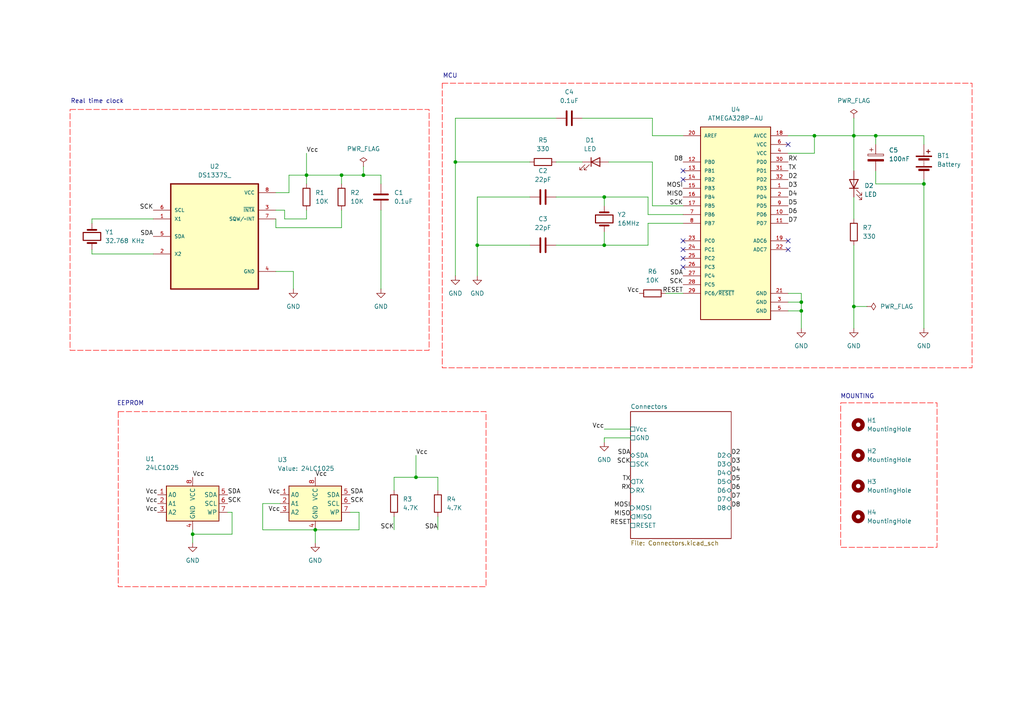
<source format=kicad_sch>
(kicad_sch (version 20250114) (generator "eeschema") (generator_version "9.0")
  (paper "A4")
  (title_block (title "MCU DATALOGGER WITH MEMORY & CLOCK") (date "2025-09-28") (rev "1") (company "CRESENCIO, JESIER S.") (comment 1 "ELECTRONICS ENGINEERING DEPARTMENT") (comment 2 "COLLEGE OF ENGINEERING") (comment 3 "BSECE 1C") (comment 4 "TECHNOLOGICAL UNIVERSITTY OF THE PHILIPPINES"))
  (lib_symbols
    (symbol "ATMEGA:ATMEGA328P-AU" (pin_names (offset 1.016))
      (property "Reference" "U" (at -10.1755 29.2546 0))
      (property "Value" "ATMEGA328P-AU" (at -10.1669 -31.7714 0))
      (symbol "ATMEGA328P-AU_0_0"
        (rectangle (start -10.16 -27.94) (end 10.16 27.94) (stroke (width 0.254)) (fill (type background)))
        (pin input line (at -15.24 25.4 0) (length 5.08) (name "AREF") (number "20"))
        (pin bidirectional line (at -15.24 17.78 0) (length 5.08) (name "PB0") (number "12"))
        (pin bidirectional line (at -15.24 15.24 0) (length 5.08) (name "PB1") (number "13"))
        (pin bidirectional line (at -15.24 12.7 0) (length 5.08) (name "PB2") (number "14"))
        (pin bidirectional line (at -15.24 10.16 0) (length 5.08) (name "PB3") (number "15"))
        (pin bidirectional line (at -15.24 7.62 0) (length 5.08) (name "PB4") (number "16"))
        (pin bidirectional line (at -15.24 5.08 0) (length 5.08) (name "PB5") (number "17"))
        (pin bidirectional line (at -15.24 2.54 0) (length 5.08) (name "PB6") (number "7"))
        (pin bidirectional line (at -15.24 0 0) (length 5.08) (name "PB7") (number "8"))
        (pin bidirectional line (at -15.24 -5.08 0) (length 5.08) (name "PC0") (number "23"))
        (pin bidirectional line (at -15.24 -7.62 0) (length 5.08) (name "PC1") (number "24"))
        (pin bidirectional line (at -15.24 -10.16 0) (length 5.08) (name "PC2") (number "25"))
        (pin bidirectional line (at -15.24 -12.7 0) (length 5.08) (name "PC3") (number "26"))
        (pin bidirectional line (at -15.24 -15.24 0) (length 5.08) (name "PC4") (number "27"))
        (pin bidirectional line (at -15.24 -17.78 0) (length 5.08) (name "PC5") (number "28"))
        (pin bidirectional line (at -15.24 -20.32 0) (length 5.08) (name "PC6/~{RESET}") (number "29"))
        (pin power_in line (at 15.24 25.4 180) (length 5.08) (name "AVCC") (number "18"))
        (pin power_in line (at 15.24 22.86 180) (length 5.08) (name "VCC") (number "6"))
        (pin power_in line (at 15.24 20.32 180) (length 5.08) (name "VCC") (number "4"))
        (pin bidirectional line (at 15.24 17.78 180) (length 5.08) (name "PD0") (number "30"))
        (pin bidirectional line (at 15.24 15.24 180) (length 5.08) (name "PD1") (number "31"))
        (pin bidirectional line (at 15.24 12.7 180) (length 5.08) (name "PD2") (number "32"))
        (pin bidirectional line (at 15.24 10.16 180) (length 5.08) (name "PD3") (number "1"))
        (pin bidirectional line (at 15.24 7.62 180) (length 5.08) (name "PD4") (number "2"))
        (pin bidirectional line (at 15.24 5.08 180) (length 5.08) (name "PD5") (number "9"))
        (pin bidirectional line (at 15.24 2.54 180) (length 5.08) (name "PD6") (number "10"))
        (pin bidirectional line (at 15.24 0 180) (length 5.08) (name "PD7") (number "11"))
        (pin bidirectional line (at 15.24 -5.08 180) (length 5.08) (name "ADC6") (number "19"))
        (pin bidirectional line (at 15.24 -7.62 180) (length 5.08) (name "ADC7") (number "22"))
        (pin power_in line (at 15.24 -20.32 180) (length 5.08) (name "GND") (number "21"))
        (pin power_in line (at 15.24 -22.86 180) (length 5.08) (name "GND") (number "3"))
        (pin power_in line (at 15.24 -25.4 180) (length 5.08) (name "GND") (number "5"))
      )
    )
    (symbol "DS13375:DS1337S_" (pin_names (offset 1.016))
      (property "Reference" "U" (at -12.7 16.24 0))
      (property "Value" "DS1337S_" (at -12.7 -19.24 0))
      (symbol "DS1337S__0_0"
        (rectangle (start -12.7 15.24) (end 12.7 -15.24) (stroke (width 0.41)) (fill (type background)))
        (pin input line (at -17.78 7.62 0) (length 5.08) (name "SCL") (number "6"))
        (pin input line (at -17.78 5.08 0) (length 5.08) (name "X1") (number "1"))
        (pin bidirectional line (at -17.78 0 0) (length 5.08) (name "SDA") (number "5"))
        (pin bidirectional line (at -17.78 -5.08 0) (length 5.08) (name "X2") (number "2"))
        (pin power_in line (at 17.78 12.7 180) (length 5.08) (name "VCC") (number "8"))
        (pin output line (at 17.78 7.62 180) (length 5.08) (name "~{INTA}") (number "3"))
        (pin output line (at 17.78 5.08 180) (length 5.08) (name "SQW/~INT") (number "7"))
        (pin power_in line (at 17.78 -10.16 180) (length 5.08) (name "GND") (number "4"))
      )
    )
    (symbol "Device:Battery" (pin_numbers (hide yes)) (pin_names (offset 0) (hide yes))
      (property "Reference" "BT" (at 2.54 2.54 0))
      (property "Value" "Battery" (at 2.54 0 0))
      (symbol "Battery_0_1"
        (rectangle (start -2.286 1.778) (end 2.286 1.524) (fill (type outline)))
        (rectangle (start -2.286 -1.27) (end 2.286 -1.524) (fill (type outline)))
        (rectangle (start -1.524 1.016) (end 1.524 0.508) (fill (type outline)))
        (rectangle (start -1.524 -2.032) (end 1.524 -2.54) (fill (type outline)))
        (polyline (pts (xy 0 1.778) (xy 0 2.54)))
        (polyline (pts (xy 0 0) (xy 0 0.254)))
        (polyline (pts (xy 0 -0.508) (xy 0 -0.254)))
        (polyline (pts (xy 0 -1.016) (xy 0 -0.762)))
        (polyline (pts (xy 0.762 3.048) (xy 1.778 3.048)) (stroke (width 0.254)))
        (polyline (pts (xy 1.27 3.556) (xy 1.27 2.54)) (stroke (width 0.254)))
      )
      (symbol "Battery_1_1"
        (pin passive line (at 0 5.08 270) (length 2.54) (name "+") (number "1"))
        (pin passive line (at 0 -5.08 90) (length 2.54) (name "-") (number "2"))
      )
    )
    (symbol "Device:C" (pin_numbers (hide yes)) (pin_names (offset 0.254))
      (property "Reference" "C" (at 0.635 2.54 0))
      (property "Value" "C" (at 0.635 -2.54 0))
      (symbol "C_0_1"
        (polyline (pts (xy -2.032 0.762) (xy 2.032 0.762)) (stroke (width 0.508)))
        (polyline (pts (xy -2.032 -0.762) (xy 2.032 -0.762)) (stroke (width 0.508)))
      )
      (symbol "C_1_1"
        (pin passive line (at 0 3.81 270) (length 2.794) (name "~") (number "1"))
        (pin passive line (at 0 -3.81 90) (length 2.794) (name "~") (number "2"))
      )
    )
    (symbol "Device:C_Polarized" (pin_numbers (hide yes)) (pin_names (offset 0.254))
      (property "Reference" "C" (at 0.635 2.54 0))
      (property "Value" "C_Polarized" (at 0.635 -2.54 0))
      (symbol "C_Polarized_0_1"
        (rectangle (start -2.286 0.508) (end 2.286 1.016))
        (polyline (pts (xy -1.778 2.286) (xy -0.762 2.286)))
        (polyline (pts (xy -1.27 2.794) (xy -1.27 1.778)))
        (rectangle (start 2.286 -0.508) (end -2.286 -1.016) (fill (type outline)))
      )
      (symbol "C_Polarized_1_1"
        (pin passive line (at 0 3.81 270) (length 2.794) (name "~") (number "1"))
        (pin passive line (at 0 -3.81 90) (length 2.794) (name "~") (number "2"))
      )
    )
    (symbol "Device:Crystal" (pin_numbers (hide yes)) (pin_names (offset 1.016) (hide yes))
      (property "Reference" "Y" (at 0 3.81 0))
      (property "Value" "Crystal" (at 0 -3.81 0))
      (symbol "Crystal_0_1"
        (polyline (pts (xy -2.54 0) (xy -1.905 0)))
        (polyline (pts (xy -1.905 -1.27) (xy -1.905 1.27)) (stroke (width 0.508)))
        (rectangle (start -1.143 2.54) (end 1.143 -2.54) (stroke (width 0.3048)))
        (polyline (pts (xy 1.905 -1.27) (xy 1.905 1.27)) (stroke (width 0.508)))
        (polyline (pts (xy 2.54 0) (xy 1.905 0)))
      )
      (symbol "Crystal_1_1"
        (pin passive line (at -3.81 0 0) (length 1.27) (name "1") (number "1"))
        (pin passive line (at 3.81 0 180) (length 1.27) (name "2") (number "2"))
      )
    )
    (symbol "Device:LED" (pin_numbers (hide yes)) (pin_names (offset 1.016) (hide yes))
      (property "Reference" "D" (at 0 2.54 0))
      (property "Value" "LED" (at 0 -2.54 0))
      (symbol "LED_0_1"
        (polyline (pts (xy -3.048 -0.762) (xy -4.572 -2.286) (xy -3.81 -2.286) (xy -4.572 -2.286) (xy -4.572 -1.524)))
        (polyline (pts (xy -1.778 -0.762) (xy -3.302 -2.286) (xy -2.54 -2.286) (xy -3.302 -2.286) (xy -3.302 -1.524)))
        (polyline (pts (xy -1.27 0) (xy 1.27 0)))
        (polyline (pts (xy -1.27 -1.27) (xy -1.27 1.27)) (stroke (width 0.254)))
        (polyline (pts (xy 1.27 -1.27) (xy 1.27 1.27) (xy -1.27 0) (xy 1.27 -1.27)) (stroke (width 0.254)))
      )
      (symbol "LED_1_1"
        (pin passive line (at -3.81 0 0) (length 2.54) (name "K") (number "1"))
        (pin passive line (at 3.81 0 180) (length 2.54) (name "A") (number "2"))
      )
    )
    (symbol "Device:R" (pin_numbers (hide yes)) (pin_names (offset 0))
      (property "Reference" "R" (at 2.032 0 90))
      (property "Value" "R" (at 0 0 90))
      (symbol "R_0_1"
        (rectangle (start -1.016 -2.54) (end 1.016 2.54) (stroke (width 0.254)))
      )
      (symbol "R_1_1"
        (pin passive line (at 0 3.81 270) (length 1.27) (name "~") (number "1"))
        (pin passive line (at 0 -3.81 90) (length 1.27) (name "~") (number "2"))
      )
    )
    (symbol "Mechanical:MountingHole" (pin_names (offset 1.016)) (in_bom no)
      (property "Reference" "H" (at 0 5.08 0))
      (property "Value" "MountingHole" (at 0 3.175 0))
      (symbol "MountingHole_0_1"
        (circle (center 0 0) (radius 1.27) (stroke (width 1.27)))
      )
    )
    (symbol "Memory_EEPROM:24LC1025"
      (property "Reference" "U" (at -6.35 6.35 0))
      (property "Value" "24LC1025" (at 1.27 6.35 0))
      (symbol "24LC1025_1_1"
        (rectangle (start -7.62 5.08) (end 7.62 -5.08) (stroke (width 0.254)) (fill (type background)))
        (pin input line (at -10.16 2.54 0) (length 2.54) (name "A0") (number "1"))
        (pin input line (at -10.16 0 0) (length 2.54) (name "A1") (number "2"))
        (pin input line (at -10.16 -2.54 0) (length 2.54) (name "A2") (number "3"))
        (pin power_in line (at 0 7.62 270) (length 2.54) (name "VCC") (number "8"))
        (pin power_in line (at 0 -7.62 90) (length 2.54) (name "GND") (number "4"))
        (pin bidirectional line (at 10.16 2.54 180) (length 2.54) (name "SDA") (number "5"))
        (pin input line (at 10.16 0 180) (length 2.54) (name "SCL") (number "6"))
        (pin input line (at 10.16 -2.54 180) (length 2.54) (name "WP") (number "7"))
      )
    )
    (symbol "power:GND" (power) (pin_numbers (hide yes)) (pin_names (offset 0) (hide yes))
      (property "Value" "GND" (at 0 -3.81 0))
      (symbol "GND_0_1"
        (polyline (pts (xy 0 0) (xy 0 -1.27) (xy 1.27 -1.27) (xy 0 -2.54) (xy -1.27 -1.27) (xy 0 -1.27)))
      )
      (symbol "GND_1_1"
        (pin power_in line (at 0 0 270) (length 0) (name "~") (number "1"))
      )
    )
    (symbol "power:PWR_FLAG" (power) (pin_numbers (hide yes)) (pin_names (offset 0) (hide yes))
      (property "Value" "PWR_FLAG" (at 0 3.81 0))
      (symbol "PWR_FLAG_0_0"
        (pin power_out line (at 0 0 90) (length 0) (name "~") (number "1"))
      )
      (symbol "PWR_FLAG_0_1"
        (polyline (pts (xy 0 0) (xy 0 1.27) (xy -1.016 1.905) (xy 0 2.54) (xy 1.016 1.905) (xy 0 1.27)))
      )
    )
  )
  (text "MCU" (at 130.556 22.098 0) (effects (font (size 1.27 1.27))))
  (text "EEPROM" (at 37.846 117.094 0) (effects (font (size 1.27 1.27))))
  (text "Real time clock\n\n" (at 28.194 30.48 0) (effects (font (size 1.27 1.27))))
  (text "MOUNTING\n" (at 248.666 115.062 0) (effects (font (size 1.27 1.27))))
  (junction (at 99.06 50.8))
  (junction (at 232.41 87.63))
  (junction (at 132.08 46.99))
  (junction (at 236.22 39.37))
  (junction (at 120.65 138.43))
  (junction (at 88.9 50.8))
  (junction (at 254 39.37))
  (junction (at 267.97 53.34))
  (junction (at 247.65 88.9))
  (junction (at 55.88 154.94))
  (junction (at 138.43 71.12))
  (junction (at 232.41 90.17))
  (junction (at 105.41 50.8))
  (junction (at 175.26 71.12))
  (junction (at 91.44 153.67))
  (junction (at 175.26 57.15))
  (junction (at 247.65 39.37))
  (no_connect (at 198.12 69.85))
  (no_connect (at 198.12 77.47))
  (no_connect (at 198.12 52.07))
  (no_connect (at 198.12 72.39))
  (no_connect (at 228.6 41.91))
  (no_connect (at 198.12 74.93))
  (no_connect (at 228.6 72.39))
  (no_connect (at 228.6 69.85))
  (no_connect (at 198.12 49.53))
  (wire (pts (xy 85.09 78.74) (xy 85.09 83.82)))
  (wire (pts (xy 26.67 72.39) (xy 26.67 73.66)))
  (wire (pts (xy 76.2 153.67) (xy 91.44 153.67)))
  (wire (pts (xy 26.67 63.5) (xy 44.45 63.5)))
  (wire (pts (xy 247.65 39.37) (xy 254 39.37)))
  (wire (pts (xy 88.9 44.45) (xy 88.9 50.8)))
  (wire (pts (xy 67.31 148.59) (xy 67.31 154.94)))
  (wire (pts (xy 26.67 64.77) (xy 26.67 63.5)))
  (wire (pts (xy 55.88 154.94) (xy 67.31 154.94)))
  (wire (pts (xy 232.41 90.17) (xy 232.41 87.63)))
  (wire (pts (xy 91.44 153.67) (xy 104.14 153.67)))
  (wire (pts (xy 247.65 88.9) (xy 247.65 95.25)))
  (wire (pts (xy 55.88 154.94) (xy 55.88 157.48)))
  (wire (pts (xy 80.01 60.96) (xy 82.55 60.96)))
  (wire (pts (xy 110.49 50.8) (xy 110.49 53.34)))
  (wire (pts (xy 236.22 39.37) (xy 247.65 39.37)))
  (wire (pts (xy 82.55 60.96) (xy 82.55 63.5)))
  (wire (pts (xy 26.67 73.66) (xy 44.45 73.66)))
  (wire (pts (xy 161.29 34.29) (xy 132.08 34.29)))
  (wire (pts (xy 189.23 39.37) (xy 198.12 39.37)))
  (wire (pts (xy 99.06 50.8) (xy 105.41 50.8)))
  (wire (pts (xy 161.29 46.99) (xy 168.91 46.99)))
  (wire (pts (xy 83.82 50.8) (xy 88.9 50.8)))
  (wire (pts (xy 76.2 146.05) (xy 76.2 153.67)))
  (wire (pts (xy 88.9 50.8) (xy 88.9 53.34)))
  (wire (pts (xy 83.82 55.88) (xy 83.82 50.8)))
  (wire (pts (xy 120.65 138.43) (xy 127 138.43)))
  (wire (pts (xy 114.3 149.86) (xy 114.3 153.67)))
  (wire (pts (xy 80.01 63.5) (xy 80.01 66.04)))
  (wire (pts (xy 187.96 57.15) (xy 187.96 62.23)))
  (wire (pts (xy 161.29 57.15) (xy 175.26 57.15)))
  (wire (pts (xy 81.28 146.05) (xy 76.2 146.05)))
  (wire (pts (xy 189.23 34.29) (xy 189.23 39.37)))
  (wire (pts (xy 168.91 34.29) (xy 189.23 34.29)))
  (wire (pts (xy 82.55 63.5) (xy 88.9 63.5)))
  (wire (pts (xy 254 39.37) (xy 254 41.91)))
  (wire (pts (xy 232.41 90.17) (xy 232.41 95.25)))
  (wire (pts (xy 247.65 71.12) (xy 247.65 88.9)))
  (wire (pts (xy 127 138.43) (xy 127 142.24)))
  (wire (pts (xy 232.41 87.63) (xy 228.6 87.63)))
  (wire (pts (xy 120.65 132.08) (xy 120.65 138.43)))
  (wire (pts (xy 182.88 127) (xy 175.26 127)))
  (wire (pts (xy 267.97 53.34) (xy 267.97 95.25)))
  (wire (pts (xy 228.6 90.17) (xy 232.41 90.17)))
  (wire (pts (xy 105.41 48.26) (xy 105.41 50.8)))
  (wire (pts (xy 132.08 34.29) (xy 132.08 46.99)))
  (wire (pts (xy 153.67 57.15) (xy 138.43 57.15)))
  (wire (pts (xy 175.26 71.12) (xy 187.96 71.12)))
  (wire (pts (xy 80.01 66.04) (xy 99.06 66.04)))
  (wire (pts (xy 88.9 63.5) (xy 88.9 60.96)))
  (wire (pts (xy 254 53.34) (xy 267.97 53.34)))
  (wire (pts (xy 198.12 62.23) (xy 187.96 62.23)))
  (wire (pts (xy 105.41 50.8) (xy 110.49 50.8)))
  (wire (pts (xy 132.08 46.99) (xy 153.67 46.99)))
  (wire (pts (xy 161.29 71.12) (xy 175.26 71.12)))
  (wire (pts (xy 114.3 138.43) (xy 120.65 138.43)))
  (wire (pts (xy 189.23 59.69) (xy 198.12 59.69)))
  (wire (pts (xy 232.41 85.09) (xy 232.41 87.63)))
  (wire (pts (xy 132.08 46.99) (xy 132.08 80.01)))
  (wire (pts (xy 176.53 46.99) (xy 189.23 46.99)))
  (wire (pts (xy 228.6 39.37) (xy 236.22 39.37)))
  (wire (pts (xy 175.26 67.31) (xy 175.26 71.12)))
  (wire (pts (xy 88.9 50.8) (xy 99.06 50.8)))
  (wire (pts (xy 247.65 57.15) (xy 247.65 63.5)))
  (wire (pts (xy 104.14 148.59) (xy 101.6 148.59)))
  (wire (pts (xy 99.06 60.96) (xy 99.06 66.04)))
  (wire (pts (xy 66.04 148.59) (xy 67.31 148.59)))
  (wire (pts (xy 228.6 44.45) (xy 236.22 44.45)))
  (wire (pts (xy 254 39.37) (xy 267.97 39.37)))
  (wire (pts (xy 247.65 39.37) (xy 247.65 49.53)))
  (wire (pts (xy 80.01 78.74) (xy 85.09 78.74)))
  (wire (pts (xy 91.44 153.67) (xy 91.44 157.48)))
  (wire (pts (xy 187.96 64.77) (xy 187.96 71.12)))
  (wire (pts (xy 236.22 44.45) (xy 236.22 39.37)))
  (wire (pts (xy 55.88 153.67) (xy 55.88 154.94)))
  (wire (pts (xy 138.43 57.15) (xy 138.43 71.12)))
  (wire (pts (xy 99.06 50.8) (xy 99.06 53.34)))
  (wire (pts (xy 175.26 127) (xy 175.26 128.27)))
  (wire (pts (xy 267.97 52.07) (xy 267.97 53.34)))
  (wire (pts (xy 138.43 71.12) (xy 138.43 80.01)))
  (wire (pts (xy 127 149.86) (xy 127 153.67)))
  (wire (pts (xy 138.43 71.12) (xy 153.67 71.12)))
  (wire (pts (xy 254 49.53) (xy 254 53.34)))
  (wire (pts (xy 187.96 57.15) (xy 175.26 57.15)))
  (wire (pts (xy 247.65 34.29) (xy 247.65 39.37)))
  (wire (pts (xy 114.3 142.24) (xy 114.3 138.43)))
  (wire (pts (xy 80.01 55.88) (xy 83.82 55.88)))
  (wire (pts (xy 110.49 60.96) (xy 110.49 83.82)))
  (wire (pts (xy 193.04 85.09) (xy 198.12 85.09)))
  (wire (pts (xy 175.26 124.46) (xy 182.88 124.46)))
  (wire (pts (xy 175.26 57.15) (xy 175.26 59.69)))
  (wire (pts (xy 187.96 64.77) (xy 198.12 64.77)))
  (wire (pts (xy 267.97 39.37) (xy 267.97 41.91)))
  (wire (pts (xy 189.23 46.99) (xy 189.23 59.69)))
  (wire (pts (xy 247.65 88.9) (xy 251.46 88.9)))
  (wire (pts (xy 228.6 85.09) (xy 232.41 85.09)))
  (wire (pts (xy 104.14 153.67) (xy 104.14 148.59)))
  (label "D8" (at 212.09 147.32 0))
  (label "RESET" (at 198.12 85.09 180))
  (label "SDA" (at 198.12 80.01 180))
  (label "SDA" (at 127 153.67 180))
  (label "D4" (at 228.6 57.15 0))
  (label "Vcc" (at 45.72 148.59 180))
  (label "Vcc" (at 81.28 143.51 180))
  (label "SDA" (at 182.88 132.08 180))
  (label "MOSI" (at 182.88 147.32 180))
  (label "SCK" (at 44.45 60.96 180))
  (label "D4" (at 212.09 137.16 0))
  (label "D7" (at 212.09 144.78 0))
  (label "D3" (at 228.6 54.61 0))
  (label "SCK" (at 198.12 59.69 180))
  (label "MOSI" (at 198.12 54.61 180))
  (label "D7" (at 228.6 64.77 0))
  (label "D6" (at 228.6 62.23 0))
  (label "D2" (at 212.09 132.08 0))
  (label "SDA" (at 66.04 143.51 0))
  (label "SCK" (at 101.6 146.05 0))
  (label "Vcc" (at 91.44 138.43 0))
  (label "Vcc" (at 88.9 44.45 0))
  (label "D8" (at 198.12 46.99 180))
  (label "RX" (at 228.6 46.99 0))
  (label "Vcc" (at 81.28 148.59 180))
  (label "D2" (at 228.6 52.07 0))
  (label "Vcc" (at 45.72 146.05 180))
  (label "Vcc" (at 175.26 124.46 180))
  (label "D5" (at 212.09 139.7 0))
  (label "SCK" (at 182.88 134.62 180))
  (label "Vcc" (at 55.88 138.43 0))
  (label "D6" (at 212.09 142.24 0))
  (label "Vcc" (at 45.72 143.51 180))
  (label "SCK" (at 198.12 82.55 180))
  (label "MISO" (at 182.88 149.86 180))
  (label "RX" (at 182.88 142.24 180))
  (label "Vcc" (at 185.42 85.09 180))
  (label "D3" (at 212.09 134.62 0))
  (label "D5" (at 228.6 59.69 0))
  (label "SCK" (at 66.04 146.05 0))
  (label "Vcc" (at 120.65 132.08 0))
  (label "MISO" (at 198.12 57.15 180))
  (label "TX" (at 182.88 139.7 180))
  (label "TX" (at 228.6 49.53 0))
  (label "SCK" (at 114.3 153.67 180))
  (label "RESET" (at 182.88 152.4 180))
  (label "SDA" (at 44.45 68.58 180))
  (label "SDA" (at 101.6 143.51 0))
  (rule_area (polyline (pts (xy 20.32 31.75) (xy 124.46 31.75) (xy 124.46 101.6) (xy 20.32 101.6)) (stroke (width 0) (type dash))))
  (rule_area (polyline (pts (xy 128.27 24.13) (xy 281.94 24.13) (xy 281.94 106.68) (xy 128.27 106.68)) (stroke (width 0) (type dash))))
  (rule_area (polyline (pts (xy 34.29 119.38) (xy 140.97 119.38) (xy 140.97 170.18) (xy 34.29 170.18)) (stroke (width 0) (type dash))))
  (rule_area (polyline (pts (xy 243.84 116.84) (xy 271.78 116.84) (xy 271.78 158.75) (xy 243.84 158.75)) (stroke (width 0) (type dash))))
  (symbol (lib_id "Memory_EEPROM:24LC1025") (at 91.44 146.05 0) (unit 1)
    (property "Reference" "U3" (at 80.518 133.35 0) (effects (justify left)))
    (property "Value" "24LC1025" (at 80.518 135.89 0) (show_name yes) (effects (justify left)))
    (property "Footprint" "Package_SO:SOIC-8_5.3x5.3mm_P1.27mm" (effects (hide yes)))
    (property "Datasheet" "http://ww1.microchip.com/downloads/en/DeviceDoc/21941B.pdf" (effects (hide yes)))
    (property "Description" "I2C Serial EEPROM, 1024Kb, DIP-8/SOIC-8/TSSOP-8/DFN-8" (effects (hide yes)))
  )
  (symbol (lib_id "Device:C") (at 157.48 57.15 270) (unit 1)
    (property "Reference" "C2" (at 157.48 49.53 90))
    (property "Value" "22pF" (at 157.48 52.07 90))
    (property "Footprint" "Capacitor_SMD:C_0805_2012Metric" (effects (hide yes)))
    (property "Description" "Unpolarized capacitor" (effects (hide yes)))
  )
  (symbol (lib_id "Device:LED") (at 172.72 46.99 0) (unit 1)
    (property "Reference" "D1" (at 171.1325 40.64 0))
    (property "Value" "LED" (at 171.1325 43.18 0))
    (property "Footprint" "LED_SMD:LED_0805_2012Metric" (effects (hide yes)))
    (property "Description" "Light emitting diode" (effects (hide yes)))
    (property "Sim.Pins" "1=K 2=A" (effects (hide yes)))
  )
  (symbol (lib_id "power:PWR_FLAG") (at 251.46 88.9 270) (unit 1)
    (property "Reference" "#FLG02" (effects (hide yes)))
    (property "Value" "PWR_FLAG" (at 255.27 88.8999 90) (effects (justify left)))
    (property "Description" "Special symbol for telling ERC where power comes from" (effects (hide yes)))
  )
  (symbol (lib_id "Device:Crystal") (at 175.26 63.5 90) (unit 1)
    (property "Reference" "Y2" (at 179.07 62.2299 90) (effects (justify right)))
    (property "Value" "16MHz" (at 179.07 64.7699 90) (effects (justify right)))
    (property "Footprint" "Crystal:Crystal_SMD_5032-2Pin_5.0x3.2mm_HandSoldering" (effects (hide yes)))
    (property "Description" "Two pin crystal" (effects (hide yes)))
  )
  (symbol (lib_id "Mechanical:MountingHole") (at 248.92 140.97 0) (unit 1) (in_bom no)
    (property "Reference" "H3" (at 251.46 139.6999 0) (effects (justify left)))
    (property "Value" "MountingHole" (at 251.46 142.2399 0) (effects (justify left)))
    (property "Footprint" "MountingHole:MountingHole_2.1mm" (effects (hide yes)))
    (property "Description" "Mounting Hole without connection" (effects (hide yes)))
  )
  (symbol (lib_id "Device:R") (at 88.9 57.15 0) (unit 1)
    (property "Reference" "R1" (at 91.44 55.8799 0) (effects (justify left)))
    (property "Value" "10K" (at 91.44 58.4199 0) (effects (justify left)))
    (property "Footprint" "Resistor_SMD:R_0805_2012Metric" (effects (hide yes)))
    (property "Description" "Resistor" (effects (hide yes)))
  )
  (symbol (lib_id "power:PWR_FLAG") (at 105.41 48.26 0) (unit 1)
    (property "Reference" "#FLG03" (effects (hide yes)))
    (property "Value" "PWR_FLAG" (at 105.41 43.18 0))
    (property "Description" "Special symbol for telling ERC where power comes from" (effects (hide yes)))
  )
  (symbol (lib_id "Memory_EEPROM:24LC1025") (at 55.88 146.05 0) (unit 1)
    (property "Reference" "U1" (at 42.164 133.096 0) (effects (justify left)))
    (property "Value" "24LC1025" (at 42.164 135.636 0) (effects (justify left)))
    (property "Footprint" "Package_SO:SOIC-8_5.3x5.3mm_P1.27mm" (effects (hide yes)))
    (property "Datasheet" "http://ww1.microchip.com/downloads/en/DeviceDoc/21941B.pdf" (effects (hide yes)))
    (property "Description" "I2C Serial EEPROM, 1024Kb, DIP-8/SOIC-8/TSSOP-8/DFN-8" (effects (hide yes)))
  )
  (symbol (lib_id "Device:C") (at 165.1 34.29 90) (unit 1)
    (property "Reference" "C4" (at 165.1 26.67 90))
    (property "Value" "0.1uF" (at 165.1 29.21 90))
    (property "Footprint" "Capacitor_SMD:C_0805_2012Metric" (effects (hide yes)))
    (property "Description" "Unpolarized capacitor" (effects (hide yes)))
  )
  (symbol (lib_id "power:PWR_FLAG") (at 247.65 34.29 0) (unit 1)
    (property "Reference" "#FLG01" (effects (hide yes)))
    (property "Value" "PWR_FLAG" (at 247.65 29.21 0))
    (property "Description" "Special symbol for telling ERC where power comes from" (effects (hide yes)))
  )
  (symbol (lib_id "power:GND") (at 247.65 95.25 0) (unit 1)
    (property "Reference" "#PWR09" (effects (hide yes)))
    (property "Value" "GND" (at 247.65 100.33 0))
    (property "Description" "Power symbol creates a global label with name \"GND\" , ground" (effects (hide yes)))
  )
  (symbol (lib_id "ATMEGA:ATMEGA328P-AU") (at 213.36 64.77 0) (unit 1)
    (property "Reference" "U4" (at 213.36 31.75 0))
    (property "Value" "ATMEGA328P-AU" (at 213.36 34.29 0))
    (property "Footprint" "FOOTPRINTS:ATMEGA" (effects (hide yes)))
    (property "MF" "Microchip Technology" (effects (hide yes)))
    (property "MAXIMUM_PACKAGE_HEIGHT" "1.20mm" (effects (hide yes)))
    (property "Package" "TQFP-32 Microchip" (effects (hide yes)))
    (property "Price" "None" (effects (hide yes)))
    (property "Check_prices" "https://www.snapeda.com/parts/ATMEGA328P-AU/Microchip+Technology/view-part/?ref=eda" (effects (hide yes)))
    (property "STANDARD" "IPC-7351B" (effects (hide yes)))
    (property "PARTREV" "8271A" (effects (hide yes)))
    (property "SnapEDA_Link" "https://www.snapeda.com/parts/ATMEGA328P-AU/Microchip+Technology/view-part/?ref=snap" (effects (hide yes)))
    (property "MP" "ATMEGA328P-AU" (effects (hide yes)))
    (property "Description_1" "AVR AVR® ATmega Microcontroller IC 8-Bit 20MHz 32KB (16K x 16) FLASH 32-TQFP (7x7)" (effects (hide yes)))
    (property "Availability" "In Stock" (effects (hide yes)))
    (property "MANUFACTURER" "Microchip" (effects (hide yes)))
  )
  (symbol (lib_id "Device:Battery") (at 267.97 46.99 0) (unit 1)
    (property "Reference" "BT1" (at 271.78 45.1484 0) (effects (justify left)))
    (property "Value" "Battery" (at 271.78 47.6884 0) (effects (justify left)))
    (property "Footprint" "Connector_PinHeader_2.54mm:PinHeader_2x01_P2.54mm_Vertical" (effects (hide yes)))
    (property "Description" "Multiple-cell battery" (effects (hide yes)))
  )
  (symbol (lib_id "Device:R") (at 157.48 46.99 90) (unit 1)
    (property "Reference" "R5" (at 157.48 40.64 90))
    (property "Value" "330" (at 157.48 43.18 90))
    (property "Footprint" "Resistor_SMD:R_0805_2012Metric" (effects (hide yes)))
    (property "Description" "Resistor" (effects (hide yes)))
  )
  (symbol (lib_id "Device:C_Polarized") (at 254 45.72 0) (unit 1)
    (property "Reference" "C5" (at 257.81 43.5609 0) (effects (justify left)))
    (property "Value" "100nF" (at 257.81 46.1009 0) (effects (justify left)))
    (property "Footprint" "Capacitor_SMD:C_0805_2012Metric" (effects (hide yes)))
    (property "Description" "Polarized capacitor" (effects (hide yes)))
  )
  (symbol (lib_id "Device:R") (at 189.23 85.09 90) (unit 1)
    (property "Reference" "R6" (at 189.23 78.74 90))
    (property "Value" "10K" (at 189.23 81.28 90))
    (property "Footprint" "Resistor_SMD:R_0805_2012Metric" (effects (hide yes)))
    (property "Description" "Resistor" (effects (hide yes)))
  )
  (symbol (lib_id "power:GND") (at 232.41 95.25 0) (unit 1)
    (property "Reference" "#PWR08" (effects (hide yes)))
    (property "Value" "GND" (at 232.41 100.33 0))
    (property "Description" "Power symbol creates a global label with name \"GND\" , ground" (effects (hide yes)))
  )
  (symbol (lib_id "Device:R") (at 114.3 146.05 0) (unit 1)
    (property "Reference" "R3" (at 116.84 144.7799 0) (effects (justify left)))
    (property "Value" "4.7K" (at 116.84 147.3199 0) (effects (justify left)))
    (property "Footprint" "Resistor_SMD:R_0805_2012Metric" (effects (hide yes)))
    (property "Description" "Resistor" (effects (hide yes)))
  )
  (symbol (lib_id "power:GND") (at 85.09 83.82 0) (unit 1)
    (property "Reference" "#PWR02" (effects (hide yes)))
    (property "Value" "GND" (at 85.09 88.9 0))
    (property "Description" "Power symbol creates a global label with name \"GND\" , ground" (effects (hide yes)))
  )
  (symbol (lib_id "Device:R") (at 127 146.05 0) (unit 1)
    (property "Reference" "R4" (at 129.54 144.7799 0) (effects (justify left)))
    (property "Value" "4.7K" (at 129.54 147.3199 0) (effects (justify left)))
    (property "Footprint" "Resistor_SMD:R_0805_2012Metric" (effects (hide yes)))
    (property "Description" "Resistor" (effects (hide yes)))
  )
  (symbol (lib_id "DS13375:DS1337S_") (at 62.23 68.58 0) (unit 1)
    (property "Reference" "U2" (at 62.23 48.26 0))
    (property "Value" "DS1337S_" (at 62.23 50.8 0))
    (property "Footprint" "Package_SO:SOIC-8_5.3x5.3mm_P1.27mm" (effects (hide yes)))
    (property "MF" "Analog Devices" (effects (hide yes)))
    (property "Description_1" "I²C Serial Real-Time Clock" (effects (hide yes)))
    (property "Package" "SOIC-8 Maxim" (effects (hide yes)))
    (property "Price" "None" (effects (hide yes)))
    (property "SnapEDA_Link" "https://www.snapeda.com/parts/DS1337S+/Analog+Devices/view-part/?ref=snap" (effects (hide yes)))
    (property "MP" "DS1337S+" (effects (hide yes)))
    (property "Availability" "In Stock" (effects (hide yes)))
    (property "Check_prices" "https://www.snapeda.com/parts/DS1337S+/Analog+Devices/view-part/?ref=eda" (effects (hide yes)))
  )
  (symbol (lib_id "power:GND") (at 138.43 80.01 0) (unit 1)
    (property "Reference" "#PWR07" (effects (hide yes)))
    (property "Value" "GND" (at 138.43 85.09 0))
    (property "Description" "Power symbol creates a global label with name \"GND\" , ground" (effects (hide yes)))
  )
  (symbol (lib_id "Mechanical:MountingHole") (at 248.92 149.86 0) (unit 1) (in_bom no)
    (property "Reference" "H4" (at 251.46 148.5899 0) (effects (justify left)))
    (property "Value" "MountingHole" (at 251.46 151.1299 0) (effects (justify left)))
    (property "Footprint" "MountingHole:MountingHole_2.1mm" (effects (hide yes)))
    (property "Description" "Mounting Hole without connection" (effects (hide yes)))
  )
  (symbol (lib_id "power:GND") (at 267.97 95.25 0) (unit 1)
    (property "Reference" "#PWR010" (effects (hide yes)))
    (property "Value" "GND" (at 267.97 100.33 0))
    (property "Description" "Power symbol creates a global label with name \"GND\" , ground" (effects (hide yes)))
  )
  (symbol (lib_id "Device:C") (at 157.48 71.12 270) (unit 1)
    (property "Reference" "C3" (at 157.48 63.5 90))
    (property "Value" "22pF" (at 157.48 66.04 90))
    (property "Footprint" "Capacitor_SMD:C_0805_2012Metric" (effects (hide yes)))
    (property "Description" "Unpolarized capacitor" (effects (hide yes)))
  )
  (symbol (lib_id "power:GND") (at 175.26 128.27 0) (unit 1)
    (property "Reference" "#PWR01" (effects (hide yes)))
    (property "Value" "GND" (at 175.26 133.35 0))
    (property "Description" "Power symbol creates a global label with name \"GND\" , ground" (effects (hide yes)))
  )
  (symbol (lib_id "power:GND") (at 91.44 157.48 0) (unit 1)
    (property "Reference" "#PWR05" (effects (hide yes)))
    (property "Value" "GND" (at 91.44 162.56 0))
    (property "Description" "Power symbol creates a global label with name \"GND\" , ground" (effects (hide yes)))
  )
  (symbol (lib_id "power:GND") (at 110.49 83.82 0) (unit 1)
    (property "Reference" "#PWR03" (effects (hide yes)))
    (property "Value" "GND" (at 110.49 88.9 0))
    (property "Description" "Power symbol creates a global label with name \"GND\" , ground" (effects (hide yes)))
  )
  (symbol (lib_id "Device:LED") (at 247.65 53.34 90) (unit 1)
    (property "Reference" "D2" (at 250.698 53.848 90) (effects (justify right)))
    (property "Value" "LED" (at 250.698 56.388 90) (effects (justify right)))
    (property "Footprint" "LED_SMD:LED_0805_2012Metric" (effects (hide yes)))
    (property "Description" "Light emitting diode" (effects (hide yes)))
    (property "Sim.Pins" "1=K 2=A" (effects (hide yes)))
  )
  (symbol (lib_id "power:GND") (at 132.08 80.01 0) (unit 1)
    (property "Reference" "#PWR06" (effects (hide yes)))
    (property "Value" "GND" (at 132.08 85.09 0))
    (property "Description" "Power symbol creates a global label with name \"GND\" , ground" (effects (hide yes)))
  )
  (symbol (lib_id "Mechanical:MountingHole") (at 248.92 123.19 0) (unit 1) (in_bom no)
    (property "Reference" "H1" (at 251.46 121.9199 0) (effects (justify left)))
    (property "Value" "MountingHole" (at 251.46 124.4599 0) (effects (justify left)))
    (property "Footprint" "MountingHole:MountingHole_2.1mm" (effects (hide yes)))
    (property "Description" "Mounting Hole without connection" (effects (hide yes)))
  )
  (symbol (lib_id "power:GND") (at 55.88 157.48 0) (unit 1)
    (property "Reference" "#PWR04" (effects (hide yes)))
    (property "Value" "GND" (at 55.88 162.56 0))
    (property "Description" "Power symbol creates a global label with name \"GND\" , ground" (effects (hide yes)))
  )
  (symbol (lib_id "Device:Crystal") (at 26.67 68.58 90) (unit 1)
    (property "Reference" "Y1" (at 30.48 67.3099 90) (effects (justify right)))
    (property "Value" "32.768 KHz" (at 30.48 69.8499 90) (effects (justify right)))
    (property "Footprint" "Crystal:Crystal_SMD_5032-2Pin_5.0x3.2mm_HandSoldering" (effects (hide yes)))
    (property "Description" "Two pin crystal" (effects (hide yes)))
  )
  (symbol (lib_id "Device:R") (at 247.65 67.31 0) (unit 1)
    (property "Reference" "R7" (at 250.19 66.0399 0) (effects (justify left)))
    (property "Value" "330" (at 250.19 68.5799 0) (effects (justify left)))
    (property "Footprint" "Resistor_SMD:R_0805_2012Metric" (effects (hide yes)))
    (property "Description" "Resistor" (effects (hide yes)))
  )
  (symbol (lib_id "Device:R") (at 99.06 57.15 0) (unit 1)
    (property "Reference" "R2" (at 101.6 55.8799 0) (effects (justify left)))
    (property "Value" "10K" (at 101.6 58.4199 0) (effects (justify left)))
    (property "Footprint" "Resistor_SMD:R_0805_2012Metric" (effects (hide yes)))
    (property "Description" "Resistor" (effects (hide yes)))
  )
  (symbol (lib_id "Device:C") (at 110.49 57.15 0) (unit 1)
    (property "Reference" "C1" (at 114.3 55.8799 0) (effects (justify left)))
    (property "Value" "0.1uF" (at 114.3 58.4199 0) (effects (justify left)))
    (property "Footprint" "Capacitor_SMD:C_0805_2012Metric" (effects (hide yes)))
    (property "Description" "Unpolarized capacitor" (effects (hide yes)))
  )
  (symbol (lib_id "Mechanical:MountingHole") (at 248.92 132.08 0) (unit 1) (in_bom no)
    (property "Reference" "H2" (at 251.46 130.8099 0) (effects (justify left)))
    (property "Value" "MountingHole" (at 251.46 133.3499 0) (effects (justify left)))
    (property "Footprint" "MountingHole:MountingHole_2.1mm" (effects (hide yes)))
    (property "Description" "Mounting Hole without connection" (effects (hide yes)))
  )
  (sheet (at 182.88 119.38) (size 29.21 36.83) (stroke (width 0.1524))
    (property "Sheetname" "Connectors" (at 182.88 118.6684 0) (effects (justify left bottom)))
    (property "Sheetfile" "Connectors.kicad_sch" (at 182.88 156.7946 0) (effects (justify left top)))
    (pin "D2" tri_state (at 212.09 132.08 0))
    (pin "D3" tri_state (at 212.09 134.62 0))
    (pin "D4" tri_state (at 212.09 137.16 0))
    (pin "D5" tri_state (at 212.09 139.7 0))
    (pin "D6" tri_state (at 212.09 142.24 0))
    (pin "D7" tri_state (at 212.09 144.78 0))
    (pin "D8" tri_state (at 212.09 147.32 0))
    (pin "Vcc" passive (at 182.88 124.46 180))
    (pin "GND" passive (at 182.88 127 180))
    (pin "SDA" tri_state (at 182.88 132.08 180))
    (pin "SCK" passive (at 182.88 134.62 180))
    (pin "TX" output (at 182.88 139.7 180))
    (pin "RX" input (at 182.88 142.24 180))
    (pin "MOSI" input (at 182.88 147.32 180))
    (pin "MISO" output (at 182.88 149.86 180))
    (pin "RESET" passive (at 182.88 152.4 180))
  )
)
</source>
